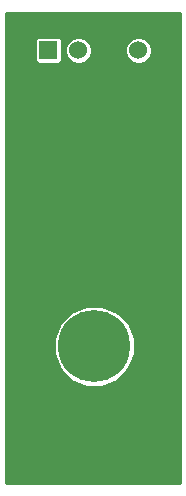
<source format=gbl>
G04 (created by PCBNEW-RS274X (2012-01-19 BZR 3256)-stable) date 09.11.2015 16:39:03*
G01*
G70*
G90*
%MOIN*%
G04 Gerber Fmt 3.4, Leading zero omitted, Abs format*
%FSLAX34Y34*%
G04 APERTURE LIST*
%ADD10C,0.006000*%
%ADD11C,0.240200*%
%ADD12R,0.060000X0.060000*%
%ADD13C,0.060000*%
%ADD14C,0.010000*%
G04 APERTURE END LIST*
G54D10*
G54D11*
X36583Y-22775D03*
G54D12*
X35055Y-12905D03*
G54D13*
X36055Y-12905D03*
X37055Y-12905D03*
X38055Y-12905D03*
G54D12*
X38124Y-16693D03*
G54D13*
X37124Y-16693D03*
X36124Y-16693D03*
X35124Y-16693D03*
G54D12*
X35124Y-17864D03*
G54D13*
X36124Y-17864D03*
X37124Y-17864D03*
X38124Y-17864D03*
G54D12*
X35134Y-19036D03*
G54D13*
X36134Y-19036D03*
X37134Y-19036D03*
X38134Y-19036D03*
G54D12*
X35134Y-20197D03*
G54D13*
X36134Y-20197D03*
X37134Y-20197D03*
X38134Y-20197D03*
G54D12*
X35203Y-25325D03*
G54D13*
X36203Y-25325D03*
X37203Y-25325D03*
X38203Y-25325D03*
G54D12*
X35232Y-26565D03*
G54D13*
X36232Y-26565D03*
X37232Y-26565D03*
X38232Y-26565D03*
G54D10*
G36*
X39448Y-27322D02*
X38504Y-27322D01*
X38504Y-12995D01*
X38504Y-12816D01*
X38436Y-12651D01*
X38310Y-12525D01*
X38145Y-12456D01*
X37966Y-12456D01*
X37801Y-12524D01*
X37675Y-12650D01*
X37606Y-12815D01*
X37606Y-12994D01*
X37674Y-13159D01*
X37800Y-13285D01*
X37965Y-13354D01*
X38144Y-13354D01*
X38309Y-13286D01*
X38435Y-13160D01*
X38504Y-12995D01*
X38504Y-27322D01*
X37934Y-27322D01*
X37934Y-22508D01*
X37729Y-22011D01*
X37350Y-21631D01*
X36853Y-21425D01*
X36504Y-21424D01*
X36504Y-12995D01*
X36504Y-12816D01*
X36436Y-12651D01*
X36310Y-12525D01*
X36145Y-12456D01*
X35966Y-12456D01*
X35801Y-12524D01*
X35675Y-12650D01*
X35606Y-12815D01*
X35606Y-12994D01*
X35674Y-13159D01*
X35800Y-13285D01*
X35965Y-13354D01*
X36144Y-13354D01*
X36309Y-13286D01*
X36435Y-13160D01*
X36504Y-12995D01*
X36504Y-21424D01*
X36316Y-21424D01*
X35819Y-21629D01*
X35504Y-21943D01*
X35504Y-13234D01*
X35504Y-13175D01*
X35504Y-12575D01*
X35481Y-12520D01*
X35439Y-12478D01*
X35384Y-12456D01*
X35325Y-12456D01*
X34725Y-12456D01*
X34670Y-12479D01*
X34628Y-12521D01*
X34606Y-12576D01*
X34606Y-12635D01*
X34606Y-13235D01*
X34629Y-13290D01*
X34671Y-13332D01*
X34726Y-13354D01*
X34785Y-13354D01*
X35385Y-13354D01*
X35440Y-13331D01*
X35482Y-13289D01*
X35504Y-13234D01*
X35504Y-21943D01*
X35439Y-22008D01*
X35233Y-22505D01*
X35232Y-23042D01*
X35437Y-23539D01*
X35816Y-23919D01*
X36313Y-24125D01*
X36850Y-24126D01*
X37347Y-23921D01*
X37727Y-23542D01*
X37933Y-23045D01*
X37934Y-22508D01*
X37934Y-27322D01*
X33642Y-27322D01*
X33642Y-11674D01*
X39448Y-11674D01*
X39448Y-27322D01*
X39448Y-27322D01*
G37*
G54D14*
X39448Y-27322D02*
X38504Y-27322D01*
X38504Y-12995D01*
X38504Y-12816D01*
X38436Y-12651D01*
X38310Y-12525D01*
X38145Y-12456D01*
X37966Y-12456D01*
X37801Y-12524D01*
X37675Y-12650D01*
X37606Y-12815D01*
X37606Y-12994D01*
X37674Y-13159D01*
X37800Y-13285D01*
X37965Y-13354D01*
X38144Y-13354D01*
X38309Y-13286D01*
X38435Y-13160D01*
X38504Y-12995D01*
X38504Y-27322D01*
X37934Y-27322D01*
X37934Y-22508D01*
X37729Y-22011D01*
X37350Y-21631D01*
X36853Y-21425D01*
X36504Y-21424D01*
X36504Y-12995D01*
X36504Y-12816D01*
X36436Y-12651D01*
X36310Y-12525D01*
X36145Y-12456D01*
X35966Y-12456D01*
X35801Y-12524D01*
X35675Y-12650D01*
X35606Y-12815D01*
X35606Y-12994D01*
X35674Y-13159D01*
X35800Y-13285D01*
X35965Y-13354D01*
X36144Y-13354D01*
X36309Y-13286D01*
X36435Y-13160D01*
X36504Y-12995D01*
X36504Y-21424D01*
X36316Y-21424D01*
X35819Y-21629D01*
X35504Y-21943D01*
X35504Y-13234D01*
X35504Y-13175D01*
X35504Y-12575D01*
X35481Y-12520D01*
X35439Y-12478D01*
X35384Y-12456D01*
X35325Y-12456D01*
X34725Y-12456D01*
X34670Y-12479D01*
X34628Y-12521D01*
X34606Y-12576D01*
X34606Y-12635D01*
X34606Y-13235D01*
X34629Y-13290D01*
X34671Y-13332D01*
X34726Y-13354D01*
X34785Y-13354D01*
X35385Y-13354D01*
X35440Y-13331D01*
X35482Y-13289D01*
X35504Y-13234D01*
X35504Y-21943D01*
X35439Y-22008D01*
X35233Y-22505D01*
X35232Y-23042D01*
X35437Y-23539D01*
X35816Y-23919D01*
X36313Y-24125D01*
X36850Y-24126D01*
X37347Y-23921D01*
X37727Y-23542D01*
X37933Y-23045D01*
X37934Y-22508D01*
X37934Y-27322D01*
X33642Y-27322D01*
X33642Y-11674D01*
X39448Y-11674D01*
X39448Y-27322D01*
M02*

</source>
